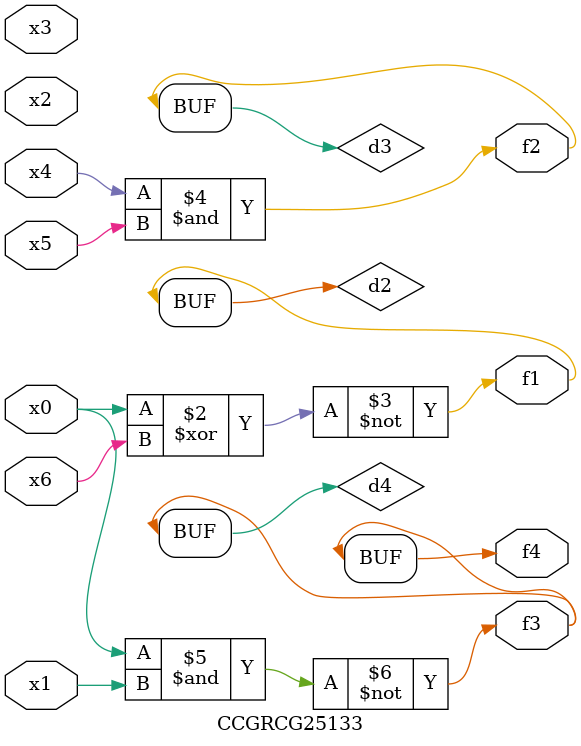
<source format=v>
module CCGRCG25133(
	input x0, x1, x2, x3, x4, x5, x6,
	output f1, f2, f3, f4
);

	wire d1, d2, d3, d4;

	nor (d1, x0);
	xnor (d2, x0, x6);
	and (d3, x4, x5);
	nand (d4, x0, x1);
	assign f1 = d2;
	assign f2 = d3;
	assign f3 = d4;
	assign f4 = d4;
endmodule

</source>
